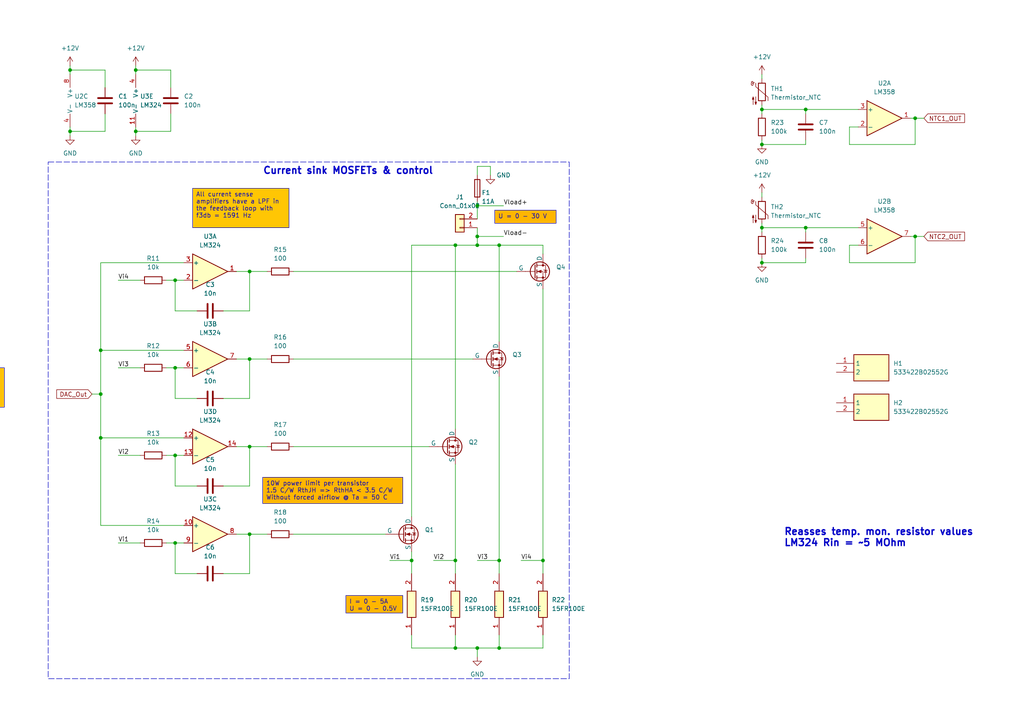
<source format=kicad_sch>
(kicad_sch (version 20231120) (generator "eeschema") (generator_version "8.0")
  (paper "A4")
  (lib_symbols
    (symbol "Amplifier_Operational:LM324" (pin_names (offset 0.127))
      (property "Reference" "U" (at 0 5.08 0))
      (property "Value" "LM324" (at 0 -5.08 0))
      (symbol "LM324_1_1"
        (polyline (pts (xy -5.08 5.08) (xy 5.08 0) (xy -5.08 -5.08) (xy -5.08 5.08)) (stroke (width 0.254)) (fill (type background)))
        (pin output line (at 7.62 0 180) (length 2.54) (name "~") (number "1"))
        (pin input line (at -7.62 -2.54 0) (length 2.54) (name "-") (number "2"))
        (pin input line (at -7.62 2.54 0) (length 2.54) (name "+") (number "3"))
      )
      (symbol "LM324_2_1"
        (polyline (pts (xy -5.08 5.08) (xy 5.08 0) (xy -5.08 -5.08) (xy -5.08 5.08)) (stroke (width 0.254)) (fill (type background)))
        (pin input line (at -7.62 2.54 0) (length 2.54) (name "+") (number "5"))
        (pin input line (at -7.62 -2.54 0) (length 2.54) (name "-") (number "6"))
        (pin output line (at 7.62 0 180) (length 2.54) (name "~") (number "7"))
      )
      (symbol "LM324_3_1"
        (polyline (pts (xy -5.08 5.08) (xy 5.08 0) (xy -5.08 -5.08) (xy -5.08 5.08)) (stroke (width 0.254)) (fill (type background)))
        (pin input line (at -7.62 2.54 0) (length 2.54) (name "+") (number "10"))
        (pin output line (at 7.62 0 180) (length 2.54) (name "~") (number "8"))
        (pin input line (at -7.62 -2.54 0) (length 2.54) (name "-") (number "9"))
      )
      (symbol "LM324_4_1"
        (polyline (pts (xy -5.08 5.08) (xy 5.08 0) (xy -5.08 -5.08) (xy -5.08 5.08)) (stroke (width 0.254)) (fill (type background)))
        (pin input line (at -7.62 2.54 0) (length 2.54) (name "+") (number "12"))
        (pin input line (at -7.62 -2.54 0) (length 2.54) (name "-") (number "13"))
        (pin output line (at 7.62 0 180) (length 2.54) (name "~") (number "14"))
      )
      (symbol "LM324_5_1"
        (pin power_in line (at -2.54 -7.62 90) (length 3.81) (name "V-") (number "11"))
        (pin power_in line (at -2.54 7.62 270) (length 3.81) (name "V+") (number "4"))
      )
    )
    (symbol "Amplifier_Operational:LM358" (pin_names (offset 0.127))
      (property "Reference" "U" (at 0 5.08 0))
      (property "Value" "LM358" (at 0 -5.08 0))
      (symbol "LM358_1_1"
        (polyline (pts (xy -5.08 5.08) (xy 5.08 0) (xy -5.08 -5.08) (xy -5.08 5.08)) (stroke (width 0.254)) (fill (type background)))
        (pin output line (at 7.62 0 180) (length 2.54) (name "~") (number "1"))
        (pin input line (at -7.62 -2.54 0) (length 2.54) (name "-") (number "2"))
        (pin input line (at -7.62 2.54 0) (length 2.54) (name "+") (number "3"))
      )
      (symbol "LM358_2_1"
        (polyline (pts (xy -5.08 5.08) (xy 5.08 0) (xy -5.08 -5.08) (xy -5.08 5.08)) (stroke (width 0.254)) (fill (type background)))
        (pin input line (at -7.62 2.54 0) (length 2.54) (name "+") (number "5"))
        (pin input line (at -7.62 -2.54 0) (length 2.54) (name "-") (number "6"))
        (pin output line (at 7.62 0 180) (length 2.54) (name "~") (number "7"))
      )
      (symbol "LM358_3_1"
        (pin power_in line (at -2.54 -7.62 90) (length 3.81) (name "V-") (number "4"))
        (pin power_in line (at -2.54 7.62 270) (length 3.81) (name "V+") (number "8"))
      )
    )
    (symbol "Connector_Generic:Conn_01x02" (pin_names (offset 1.016) hide)
      (property "Reference" "J" (at 0 2.54 0))
      (property "Value" "Conn_01x02" (at 0 -5.08 0))
      (symbol "Conn_01x02_1_1"
        (rectangle (start -1.27 -2.413) (end 0 -2.667) (stroke (width 0.1524)))
        (rectangle (start -1.27 0.127) (end 0 -0.127) (stroke (width 0.1524)))
        (rectangle (start -1.27 1.27) (end 1.27 -3.81) (stroke (width 0.254)) (fill (type background)))
        (pin passive line (at -5.08 0 0) (length 3.81) (name "Pin_1") (number "1"))
        (pin passive line (at -5.08 -2.54 0) (length 3.81) (name "Pin_2") (number "2"))
      )
    )
    (symbol "Device:C" (pin_numbers hide) (pin_names (offset 0.254))
      (property "Reference" "C" (at 0.635 2.54 0))
      (property "Value" "C" (at 0.635 -2.54 0))
      (symbol "C_0_1"
        (polyline (pts (xy -2.032 -0.762) (xy 2.032 -0.762)) (stroke (width 0.508)))
        (polyline (pts (xy -2.032 0.762) (xy 2.032 0.762)) (stroke (width 0.508)))
      )
      (symbol "C_1_1"
        (pin passive line (at 0 3.81 270) (length 2.794) (name "~") (number "1"))
        (pin passive line (at 0 -3.81 90) (length 2.794) (name "~") (number "2"))
      )
    )
    (symbol "Device:Fuse" (pin_numbers hide) (pin_names (offset 0))
      (property "Reference" "F" (at 2.032 0 90))
      (property "Value" "Fuse" (at -1.905 0 90))
      (symbol "Fuse_0_1"
        (rectangle (start -0.762 -2.54) (end 0.762 2.54) (stroke (width 0.254)))
        (polyline (pts (xy 0 2.54) (xy 0 -2.54)))
      )
      (symbol "Fuse_1_1"
        (pin passive line (at 0 3.81 270) (length 1.27) (name "~") (number "1"))
        (pin passive line (at 0 -3.81 90) (length 1.27) (name "~") (number "2"))
      )
    )
    (symbol "Device:R" (pin_numbers hide) (pin_names (offset 0))
      (property "Reference" "R" (at 2.032 0 90))
      (property "Value" "R" (at 0 0 90))
      (symbol "R_0_1"
        (rectangle (start -1.016 -2.54) (end 1.016 2.54) (stroke (width 0.254)))
      )
      (symbol "R_1_1"
        (pin passive line (at 0 3.81 270) (length 1.27) (name "~") (number "1"))
        (pin passive line (at 0 -3.81 90) (length 1.27) (name "~") (number "2"))
      )
    )
    (symbol "Device:Thermistor_NTC" (pin_numbers hide) (pin_names (offset 0))
      (property "Reference" "TH" (at -4.445 0 90))
      (property "Value" "Thermistor_NTC" (at 3.175 0 90))
      (symbol "Thermistor_NTC_0_1"
        (arc (start -3.048 2.159) (mid -3.0495 2.3143) (end -3.175 2.413))
        (arc (start -3.048 2.159) (mid -2.9736 1.9794) (end -2.794 1.905))
        (arc (start -3.048 2.794) (mid -2.9736 2.6144) (end -2.794 2.54))
        (arc (start -2.794 1.905) (mid -2.6144 1.9794) (end -2.54 2.159))
        (arc (start -2.794 2.54) (mid -2.4393 2.5587) (end -2.159 2.794))
        (arc (start -2.794 3.048) (mid -2.9736 2.9736) (end -3.048 2.794))
        (arc (start -2.54 2.794) (mid -2.6144 2.9736) (end -2.794 3.048))
        (rectangle (start -1.016 2.54) (end 1.016 -2.54) (stroke (width 0.254)))
        (polyline (pts (xy -2.54 2.159) (xy -2.54 2.794)))
        (polyline (pts (xy -1.778 2.54) (xy -1.778 1.524) (xy 1.778 -1.524) (xy 1.778 -2.54)))
        (polyline (pts (xy -2.54 -3.683) (xy -2.54 -1.397) (xy -2.794 -2.159) (xy -2.286 -2.159) (xy -2.54 -1.397) (xy -2.54 -1.651)) (fill (type outline)))
        (polyline (pts (xy -1.778 -1.397) (xy -1.778 -3.683) (xy -2.032 -2.921) (xy -1.524 -2.921) (xy -1.778 -3.683) (xy -1.778 -3.429)) (fill (type outline)))
      )
      (symbol "Thermistor_NTC_1_1"
        (pin passive line (at 0 3.81 270) (length 1.27) (name "~") (number "1"))
        (pin passive line (at 0 -3.81 90) (length 1.27) (name "~") (number "2"))
      )
    )
    (symbol "SamacSys_Parts:15FR100E" (pin_names hide)
      (property "Reference" "R" (at 13.97 6.35 0))
      (property "Value" "15FR100E" (at 13.97 3.81 0))
      (symbol "15FR100E_1_1"
        (rectangle (start 5.08 1.27) (end 12.7 -1.27) (stroke (width 0.254)) (fill (type background)))
        (pin passive line (at 0 0 0) (length 5.08) (name "1") (number "1"))
        (pin passive line (at 17.78 0 180) (length 5.08) (name "2") (number "2"))
      )
    )
    (symbol "SamacSys_Parts:533422B02552G"
      (property "Reference" "H" (at 16.51 7.62 0))
      (property "Value" "533422B02552G" (at 16.51 5.08 0))
      (symbol "533422B02552G_1_1"
        (rectangle (start 5.08 2.54) (end 15.24 -5.08) (stroke (width 0.254)) (fill (type background)))
        (pin passive line (at 0 0 0) (length 5.08) (name "1") (number "1"))
        (pin passive line (at 0 -2.54 0) (length 5.08) (name "2") (number "2"))
      )
    )
    (symbol "SamacSys_Parts:LT1013DN8PBF"
      (property "Reference" "IC1" (at 19.05 7.62 0))
      (property "Value" "LT1013DN8PBF" (at 19.05 5.08 0))
      (symbol "LT1013DN8PBF_1_1"
        (rectangle (start 5.08 2.54) (end 25.4 -10.16) (stroke (width 0.254)) (fill (type background)))
        (pin passive line (at 0 0 0) (length 5.08) (name "OUTPUT_A") (number "1"))
        (pin passive line (at 0 -2.54 0) (length 5.08) (name "-IN_A") (number "2"))
        (pin passive line (at 0 -5.08 0) (length 5.08) (name "+IN_A") (number "3"))
        (pin passive line (at 0 -7.62 0) (length 5.08) (name "V-") (number "4"))
        (pin passive line (at 30.48 -7.62 180) (length 5.08) (name "+IN_B") (number "5"))
        (pin passive line (at 30.48 -5.08 180) (length 5.08) (name "-IN_B") (number "6"))
        (pin passive line (at 30.48 -2.54 180) (length 5.08) (name "OUTPUT_B") (number "7"))
        (pin passive line (at 30.48 0 180) (length 5.08) (name "V+") (number "8"))
      )
    )
    (symbol "Simulation_SPICE:NMOS" (pin_numbers hide) (pin_names (offset 0))
      (property "Reference" "Q" (at 5.08 1.27 0))
      (property "Value" "NMOS" (at 5.08 -1.27 0))
      (symbol "NMOS_0_1"
        (polyline (pts (xy 0.254 0) (xy -2.54 0)))
        (polyline (pts (xy 0.254 1.905) (xy 0.254 -1.905)) (stroke (width 0.254)))
        (polyline (pts (xy 0.762 -1.27) (xy 0.762 -2.286)) (stroke (width 0.254)))
        (polyline (pts (xy 0.762 0.508) (xy 0.762 -0.508)) (stroke (width 0.254)))
        (polyline (pts (xy 0.762 2.286) (xy 0.762 1.27)) (stroke (width 0.254)))
        (polyline (pts (xy 2.54 2.54) (xy 2.54 1.778)))
        (polyline (pts (xy 2.54 -2.54) (xy 2.54 0) (xy 0.762 0)))
        (polyline (pts (xy 0.762 -1.778) (xy 3.302 -1.778) (xy 3.302 1.778) (xy 0.762 1.778)))
        (polyline (pts (xy 1.016 0) (xy 2.032 0.381) (xy 2.032 -0.381) (xy 1.016 0)) (fill (type outline)))
        (polyline (pts (xy 2.794 0.508) (xy 2.921 0.381) (xy 3.683 0.381) (xy 3.81 0.254)))
        (polyline (pts (xy 3.302 0.381) (xy 2.921 -0.254) (xy 3.683 -0.254) (xy 3.302 0.381)))
        (circle (center 1.651 0) (radius 2.794) (stroke (width 0.254)))
        (circle (center 2.54 -1.778) (radius 0.254) (fill (type outline)))
        (circle (center 2.54 1.778) (radius 0.254) (fill (type outline)))
      )
      (symbol "NMOS_1_1"
        (pin passive line (at 2.54 5.08 270) (length 2.54) (name "D") (number "1"))
        (pin input line (at -5.08 0 0) (length 2.54) (name "G") (number "2"))
        (pin passive line (at 2.54 -5.08 90) (length 2.54) (name "S") (number "3"))
      )
    )
    (symbol "power:+12V" (power) (pin_names (offset 0))
      (property "Value" "+12V" (at 0 3.556 0))
      (symbol "+12V_0_1"
        (polyline (pts (xy -0.762 1.27) (xy 0 2.54)))
        (polyline (pts (xy 0 0) (xy 0 2.54)))
        (polyline (pts (xy 0 2.54) (xy 0.762 1.27)))
      )
      (symbol "+12V_1_1"
        (pin power_in line (at 0 0 90) (length 0) hide (name "+12V") (number "1"))
      )
    )
    (symbol "power:GND" (power) (pin_names (offset 0))
      (property "Value" "GND" (at 0 -3.81 0))
      (symbol "GND_0_1"
        (polyline (pts (xy 0 0) (xy 0 -1.27) (xy 1.27 -1.27) (xy 0 -2.54) (xy -1.27 -1.27) (xy 0 -1.27)))
      )
      (symbol "GND_1_1"
        (pin power_in line (at 0 0 270) (length 0) hide (name "GND") (number "1"))
      )
    )
  )
  (junction (at 72.39 104.14))
  (junction (at 233.68 31.75))
  (junction (at 29.21 114.3))
  (junction (at 157.48 162.56))
  (junction (at -73.66 50.8))
  (junction (at -77.47 31.75))
  (junction (at 29.21 127))
  (junction (at 132.08 187.96))
  (junction (at -97.79 33.02))
  (junction (at 138.43 187.96))
  (junction (at 119.38 162.56))
  (junction (at -27.94 36.83))
  (junction (at 138.43 71.12))
  (junction (at 39.37 38.1))
  (junction (at -73.66 60.96))
  (junction (at 144.78 162.56))
  (junction (at -27.94 45.72))
  (junction (at -27.94 27.94))
  (junction (at 265.43 34.29))
  (junction (at 220.98 76.2))
  (junction (at 144.78 71.12))
  (junction (at 233.68 66.04))
  (junction (at 265.43 68.58))
  (junction (at 138.43 68.58))
  (junction (at 138.43 59.69))
  (junction (at 220.98 41.91))
  (junction (at 220.98 31.75))
  (junction (at 50.8 81.28))
  (junction (at 144.78 187.96))
  (junction (at 132.08 162.56))
  (junction (at 72.39 129.54))
  (junction (at 39.37 20.32))
  (junction (at 132.08 71.12))
  (junction (at 29.21 101.6))
  (junction (at 72.39 154.94))
  (junction (at 50.8 132.08))
  (junction (at 220.98 66.04))
  (junction (at 50.8 106.68))
  (junction (at 20.32 38.1))
  (junction (at -35.56 21.59))
  (junction (at -97.79 36.83))
  (junction (at 20.32 20.32))
  (junction (at 50.8 157.48))
  (junction (at 72.39 78.74))
  (junction (at -97.79 41.91))
  (wire (pts (xy 138.43 59.69) (xy 138.43 63.5)))
  (wire (pts (xy 144.78 187.96) (xy 157.48 187.96)))
  (wire (pts (xy 132.08 184.15) (xy 132.08 187.96)))
  (wire (pts (xy -33.02 34.29) (xy -33.02 27.94)))
  (wire (pts (xy 144.78 109.22) (xy 144.78 162.56)))
  (wire (pts (xy 138.43 68.58) (xy 146.05 68.58)))
  (wire (pts (xy 220.98 31.75) (xy 233.68 31.75)))
  (wire (pts (xy -97.79 24.13) (xy -97.79 33.02)))
  (wire (pts (xy -73.66 50.8) (xy -73.66 52.07)))
  (wire (pts (xy 220.98 41.91) (xy 233.68 41.91)))
  (wire (pts (xy 85.09 154.94) (xy 111.76 154.94)))
  (wire (pts (xy 50.8 166.37) (xy 50.8 157.48)))
  (wire (pts (xy 119.38 71.12) (xy 119.38 149.86)))
  (wire (pts (xy 29.21 152.4) (xy 53.34 152.4)))
  (wire (pts (xy 220.98 40.64) (xy 220.98 41.91)))
  (wire (pts (xy -77.47 31.75) (xy -77.47 40.64)))
  (wire (pts (xy 34.29 81.28) (xy 40.64 81.28)))
  (wire (pts (xy 48.26 157.48) (xy 50.8 157.48)))
  (wire (pts (xy 57.15 90.17) (xy 50.8 90.17)))
  (wire (pts (xy 39.37 39.37) (xy 39.37 38.1)))
  (wire (pts (xy -73.66 34.29) (xy -73.66 50.8)))
  (wire (pts (xy 29.21 127) (xy 29.21 152.4)))
  (wire (pts (xy -17.78 45.72) (xy -15.24 45.72)))
  (wire (pts (xy -111.76 41.91) (xy -116.84 41.91)))
  (wire (pts (xy 265.43 76.2) (xy 246.38 76.2)))
  (wire (pts (xy 49.53 38.1) (xy 39.37 38.1)))
  (wire (pts (xy -97.79 50.8) (xy -104.14 50.8)))
  (wire (pts (xy 132.08 71.12) (xy 132.08 124.46)))
  (wire (pts (xy 39.37 20.32) (xy 39.37 21.59)))
  (wire (pts (xy 220.98 66.04) (xy 233.68 66.04)))
  (wire (pts (xy 142.24 48.26) (xy 142.24 50.8)))
  (wire (pts (xy 30.48 20.32) (xy 30.48 25.4)))
  (wire (pts (xy 138.43 48.26) (xy 142.24 48.26)))
  (wire (pts (xy -97.79 33.02) (xy -97.79 36.83)))
  (wire (pts (xy -111.76 33.02) (xy -116.84 33.02)))
  (wire (pts (xy 68.58 154.94) (xy 72.39 154.94)))
  (wire (pts (xy 132.08 71.12) (xy 138.43 71.12)))
  (wire (pts (xy 20.32 39.37) (xy 20.32 38.1)))
  (wire (pts (xy 72.39 115.57) (xy 64.77 115.57)))
  (wire (pts (xy -104.14 24.13) (xy -97.79 24.13)))
  (wire (pts (xy 138.43 66.04) (xy 138.43 68.58)))
  (wire (pts (xy 119.38 160.02) (xy 119.38 162.56)))
  (wire (pts (xy 138.43 68.58) (xy 138.43 71.12)))
  (wire (pts (xy -97.79 41.91) (xy -97.79 50.8)))
  (wire (pts (xy 68.58 129.54) (xy 72.39 129.54)))
  (wire (pts (xy 132.08 187.96) (xy 138.43 187.96)))
  (wire (pts (xy 39.37 19.05) (xy 39.37 20.32)))
  (wire (pts (xy 72.39 104.14) (xy 72.39 115.57)))
  (wire (pts (xy -77.47 31.75) (xy -67.31 31.75)))
  (wire (pts (xy 265.43 34.29) (xy 265.43 41.91)))
  (wire (pts (xy 39.37 38.1) (xy 39.37 36.83)))
  (wire (pts (xy -17.78 36.83) (xy -15.24 36.83)))
  (wire (pts (xy 85.09 129.54) (xy 124.46 129.54)))
  (wire (pts (xy 220.98 31.75) (xy 220.98 33.02)))
  (wire (pts (xy 220.98 21.59) (xy 220.98 22.86)))
  (wire (pts (xy -33.02 39.37) (xy -36.83 39.37)))
  (wire (pts (xy 34.29 106.68) (xy 40.64 106.68)))
  (wire (pts (xy 144.78 184.15) (xy 144.78 187.96)))
  (wire (pts (xy 265.43 68.58) (xy 265.43 76.2)))
  (wire (pts (xy 220.98 64.77) (xy 220.98 66.04)))
  (wire (pts (xy 34.29 157.48) (xy 40.64 157.48)))
  (wire (pts (xy 157.48 83.82) (xy 157.48 162.56)))
  (wire (pts (xy 233.68 66.04) (xy 248.92 66.04)))
  (wire (pts (xy 138.43 71.12) (xy 144.78 71.12)))
  (wire (pts (xy 246.38 71.12) (xy 248.92 71.12)))
  (wire (pts (xy -111.76 50.8) (xy -116.84 50.8)))
  (wire (pts (xy -35.56 21.59) (xy -35.56 31.75)))
  (wire (pts (xy 144.78 71.12) (xy 144.78 99.06)))
  (wire (pts (xy -97.79 41.91) (xy -104.14 41.91)))
  (wire (pts (xy -97.79 36.83) (xy -67.31 36.83)))
  (wire (pts (xy 64.77 140.97) (xy 72.39 140.97)))
  (wire (pts (xy 138.43 187.96) (xy 138.43 190.5)))
  (wire (pts (xy 20.32 20.32) (xy 20.32 21.59)))
  (wire (pts (xy 144.78 162.56) (xy 144.78 166.37)))
  (wire (pts (xy -35.56 19.05) (xy -35.56 21.59)))
  (wire (pts (xy 246.38 36.83) (xy 248.92 36.83)))
  (wire (pts (xy 50.8 140.97) (xy 50.8 132.08)))
  (wire (pts (xy 132.08 71.12) (xy 119.38 71.12)))
  (wire (pts (xy 48.26 106.68) (xy 50.8 106.68)))
  (wire (pts (xy 49.53 20.32) (xy 49.53 25.4)))
  (wire (pts (xy 48.26 132.08) (xy 50.8 132.08)))
  (wire (pts (xy -69.85 60.96) (xy -73.66 60.96)))
  (wire (pts (xy 138.43 162.56) (xy 144.78 162.56)))
  (wire (pts (xy 29.21 127) (xy 53.34 127)))
  (wire (pts (xy 157.48 73.66) (xy 157.48 71.12)))
  (wire (pts (xy 29.21 101.6) (xy 53.34 101.6)))
  (wire (pts (xy 72.39 104.14) (xy 77.47 104.14)))
  (wire (pts (xy 50.8 132.08) (xy 53.34 132.08)))
  (wire (pts (xy 72.39 154.94) (xy 77.47 154.94)))
  (wire (pts (xy 220.98 66.04) (xy 220.98 67.31)))
  (wire (pts (xy -73.66 62.23) (xy -73.66 60.96)))
  (wire (pts (xy 50.8 81.28) (xy 53.34 81.28)))
  (wire (pts (xy 85.09 104.14) (xy 137.16 104.14)))
  (wire (pts (xy -97.79 33.02) (xy -104.14 33.02)))
  (wire (pts (xy -27.94 27.94) (xy -15.24 27.94)))
  (wire (pts (xy -27.94 27.94) (xy -27.94 29.21)))
  (wire (pts (xy 233.68 66.04) (xy 233.68 67.31)))
  (wire (pts (xy 48.26 81.28) (xy 50.8 81.28)))
  (wire (pts (xy 20.32 20.32) (xy 30.48 20.32)))
  (wire (pts (xy -73.66 59.69) (xy -73.66 60.96)))
  (wire (pts (xy 125.73 162.56) (xy 132.08 162.56)))
  (wire (pts (xy 138.43 59.69) (xy 146.05 59.69)))
  (wire (pts (xy 157.48 184.15) (xy 157.48 187.96)))
  (wire (pts (xy 49.53 33.02) (xy 49.53 38.1)))
  (wire (pts (xy 151.13 162.56) (xy 157.48 162.56)))
  (wire (pts (xy 264.16 68.58) (xy 265.43 68.58)))
  (wire (pts (xy 233.68 31.75) (xy 248.92 31.75)))
  (wire (pts (xy 34.29 132.08) (xy 40.64 132.08)))
  (wire (pts (xy 220.98 76.2) (xy 233.68 76.2)))
  (wire (pts (xy -33.02 45.72) (xy -33.02 39.37)))
  (wire (pts (xy -77.47 31.75) (xy -81.28 31.75)))
  (wire (pts (xy -36.83 34.29) (xy -33.02 34.29)))
  (wire (pts (xy 50.8 157.48) (xy 53.34 157.48)))
  (wire (pts (xy 264.16 34.29) (xy 265.43 34.29)))
  (wire (pts (xy 26.67 114.3) (xy 29.21 114.3)))
  (wire (pts (xy 138.43 48.26) (xy 138.43 50.8)))
  (wire (pts (xy 72.39 78.74) (xy 72.39 90.17)))
  (wire (pts (xy 265.43 68.58) (xy 267.97 68.58)))
  (wire (pts (xy 29.21 101.6) (xy 29.21 114.3)))
  (wire (pts (xy -33.02 27.94) (xy -27.94 27.94)))
  (wire (pts (xy 68.58 104.14) (xy 72.39 104.14)))
  (wire (pts (xy -97.79 36.83) (xy -97.79 41.91)))
  (wire (pts (xy 57.15 166.37) (xy 50.8 166.37)))
  (wire (pts (xy 233.68 31.75) (xy 233.68 33.02)))
  (wire (pts (xy 72.39 90.17) (xy 64.77 90.17)))
  (wire (pts (xy 30.48 38.1) (xy 20.32 38.1)))
  (wire (pts (xy 132.08 134.62) (xy 132.08 162.56)))
  (wire (pts (xy -58.42 21.59) (xy -58.42 22.86)))
  (wire (pts (xy 72.39 78.74) (xy 77.47 78.74)))
  (wire (pts (xy 72.39 129.54) (xy 72.39 140.97)))
  (wire (pts (xy -27.94 45.72) (xy -27.94 48.26)))
  (wire (pts (xy -25.4 45.72) (xy -27.94 45.72)))
  (wire (pts (xy 68.58 78.74) (xy 72.39 78.74)))
  (wire (pts (xy 29.21 114.3) (xy 29.21 127)))
  (wire (pts (xy 220.98 74.93) (xy 220.98 76.2)))
  (wire (pts (xy -36.83 36.83) (xy -27.94 36.83)))
  (wire (pts (xy 39.37 20.32) (xy 49.53 20.32)))
  (wire (pts (xy -27.94 36.83) (xy -25.4 36.83)))
  (wire (pts (xy 233.68 74.93) (xy 233.68 76.2)))
  (wire (pts (xy 265.43 34.29) (xy 267.97 34.29)))
  (wire (pts (xy 72.39 154.94) (xy 72.39 166.37)))
  (wire (pts (xy 220.98 55.88) (xy 220.98 57.15)))
  (wire (pts (xy -77.47 48.26) (xy -77.47 50.8)))
  (wire (pts (xy 119.38 184.15) (xy 119.38 187.96)))
  (wire (pts (xy 57.15 140.97) (xy 50.8 140.97)))
  (wire (pts (xy 53.34 76.2) (xy 29.21 76.2)))
  (wire (pts (xy 119.38 162.56) (xy 119.38 166.37)))
  (wire (pts (xy 138.43 187.96) (xy 144.78 187.96)))
  (wire (pts (xy -33.02 45.72) (xy -27.94 45.72)))
  (wire (pts (xy -27.94 55.88) (xy -27.94 58.42)))
  (wire (pts (xy 113.03 162.56) (xy 119.38 162.56)))
  (wire (pts (xy 20.32 19.05) (xy 20.32 20.32)))
  (wire (pts (xy -35.56 31.75) (xy -36.83 31.75)))
  (wire (pts (xy -67.31 39.37) (xy -69.85 39.37)))
  (wire (pts (xy 50.8 106.68) (xy 53.34 106.68)))
  (wire (pts (xy 72.39 129.54) (xy 77.47 129.54)))
  (wire (pts (xy 132.08 162.56) (xy 132.08 166.37)))
  (wire (pts (xy 72.39 166.37) (xy 64.77 166.37)))
  (wire (pts (xy 50.8 115.57) (xy 50.8 106.68)))
  (wire (pts (xy -73.66 34.29) (xy -67.31 34.29)))
  (wire (pts (xy 29.21 76.2) (xy 29.21 101.6)))
  (wire (pts (xy 57.15 115.57) (xy 50.8 115.57)))
  (wire (pts (xy 220.98 30.48) (xy 220.98 31.75)))
  (wire (pts (xy 20.32 38.1) (xy 20.32 36.83)))
  (wire (pts (xy -111.76 24.13) (xy -116.84 24.13)))
  (wire (pts (xy 246.38 76.2) (xy 246.38 71.12)))
  (wire (pts (xy -45.72 21.59) (xy -58.42 21.59)))
  (wire (pts (xy 157.48 162.56) (xy 157.48 166.37)))
  (wire (pts (xy 157.48 71.12) (xy 144.78 71.12)))
  (wire (pts (xy 50.8 81.28) (xy 50.8 90.17)))
  (wire (pts (xy 85.09 78.74) (xy 149.86 78.74)))
  (wire (pts (xy 246.38 41.91) (xy 246.38 36.83)))
  (wire (pts (xy 265.43 41.91) (xy 246.38 41.91)))
  (wire (pts (xy 138.43 58.42) (xy 138.43 59.69)))
  (wire (pts (xy 30.48 33.02) (xy 30.48 38.1)))
  (wire (pts (xy 119.38 187.96) (xy 132.08 187.96)))
  (wire (pts (xy 233.68 40.64) (xy 233.68 41.91)))
  (wire (pts (xy -77.47 50.8) (xy -73.66 50.8)))
  (wire (pts (xy -69.85 39.37) (xy -69.85 60.96)))
  (wire (pts (xy -38.1 21.59) (xy -35.56 21.59)))
  (rectangle (start 13.97 46.99) (end 165.1 196.85) (stroke (width 0) (type dash)))
  (text_box "All current sense amplifiers have a LPF in the feedback loop with f3db = 1591 Hz" (at 55.88 54.61 0) (size 27.94 11.43) (fill (type color) (color 255 198 4 1)) (effects (font (size 1.27 1.27)) (justify left top)))
  (text_box "Uout = 0 - 2 V (0 - 10 A)\n5mA LSB\nAmp: 4x" (at -95.25 21.59 0) (size 30.48 7.62) (fill (type color) (color 255 182 0 1)) (effects (font (size 1.27 1.27)) (justify left top)))
  (text_box "U = 0 - 30 V" (at 143.51 60.96 0) (size 17.78 3.81) (fill (type color) (color 255 182 0 1)) (effects (font (size 1.27 1.27)) (justify left top)))
  (text_box "10W power limit per transistor\n1.5 C/W RthJH => RthHA < 3.5 C/W\nWithout forced airflow @ Ta = 50 C" (at 76.2 138.43 0) (size 40.64 7.62) (fill (type color) (color 255 182 0 1)) (effects (font (size 1.27 1.27)) (justify left top)))
  (text_box "Amplification: 40x\nDC Load Current Measurement\n" (at -15.24 106.68 0) (size 16.51 11.43) (fill (type color) (color 255 194 6 1)) (effects (font (size 1.27 1.27)) (justify left top)))
  (text_box "Uout = 0 - 2 V (0 - 30 V)\n7mV LSB\nAmp: 4x" (at -33.02 17.78 0) (size 30.48 7.62) (fill (type color) (color 255 182 0 1)) (effects (font (size 1.27 1.27)) (justify left top)))
  (text_box "I = 0 - 5A\nU = 0 - 0.5V" (at 100.33 172.72 0) (size 16.51 5.08) (fill (type color) (color 255 182 0 1)) (effects (font (size 1.27 1.27)) (justify left top)))
  (text_box "Attenuation: 3x\nDC Load Voltage Measurement\n" (at -34.29 105.41 0) (size 16.51 11.43) (fill (type color) (color 255 194 6 1)) (effects (font (size 1.27 1.27)) (justify left top)))
  (text "Current sink MOSFETs & control" (at 76.2 50.8 0) (effects (font (size 2 2) (thickness 0.4) (bold yes)) (justify left bottom)))
  (text "Reasses temp. mon. resistor values\nLM324 Rin = ~5 MOhm" (at 227.33 158.75 0) (effects (font (size 2 2) (thickness 0.4) (bold yes)) (justify left bottom)))
  (label "Vi1" (at 113.03 162.56 0))
  (label "Vi1" (at -116.84 24.13 180))
  (label "Vload-" (at -15.24 36.83 0))
  (label "Vi1" (at 34.29 157.48 0))
  (label "Vi4" (at 34.29 81.28 0))
  (label "Vi2" (at 125.73 162.56 0))
  (label "Vload+" (at -15.24 45.72 0))
  (label "Vi2" (at -116.84 33.02 180))
  (label "Vi3" (at -116.84 41.91 180))
  (label "Vload+" (at 146.05 59.69 0))
  (label "Vi3" (at 138.43 162.56 0))
  (label "Vi2" (at 34.29 132.08 0))
  (label "Vi4" (at -116.84 50.8 180))
  (label "Vload-" (at 146.05 68.58 0))
  (label "Vi4" (at 151.13 162.56 0))
  (label "Vi3" (at 34.29 106.68 0))
  (global_label "DAC_Out" (shape input) (at 26.67 114.3 180) (property "Intersheetrefs" "${INTERSHEET_REFS}" (effects (hide yes))))
  (global_label "ADC_ULoad" (shape output) (at -15.24 27.94 0) (property "Intersheetrefs" "${INTERSHEET_REFS}" (effects (hide yes))))
  (global_label "NTC1_OUT" (shape input) (at 267.97 34.29 0) (property "Intersheetrefs" "${INTERSHEET_REFS}" (effects (hide yes))))
  (global_label "ADC_ILoad" (shape output) (at -81.28 31.75 180) (property "Intersheetrefs" "${INTERSHEET_REFS}" (effects (hide yes))))
  (global_label "NTC2_OUT" (shape input) (at 267.97 68.58 0) (property "Intersheetrefs" "${INTERSHEET_REFS}" (effects (hide yes))))
  (symbol (lib_id "SamacSys_Parts:533422B02552G") (at 242.57 105.41 0) (unit 1)
    (property "Reference" "H1" (at 259.08 105.41 0) (effects (justify left)))
    (property "Value" "533422B02552G" (at 259.08 107.95 0) (effects (justify left)))
    (property "Footprint" "SamacSys_Parts:533422B02552G" (effects (hide yes)))
    (property "Datasheet" "https://www.boydcorp.com/aavid-datasheets/Board-Level-Cooling-Extruded-5334.pdf" (effects (hide yes)))
    (property "Height" "38.1" (effects (hide yes)))
    (property "Mouser Part Number" "532-533422B02552" (effects (hide yes)))
    (property "Mouser Price/Stock" "https://www.mouser.co.uk/ProductDetail/Aavid/533422B02552G?qs=U7T%2FEnMyvTuOP7kGauPYvw%3D%3D" (effects (hide yes)))
    (property "Manufacturer_Name" "Aavid Thermalloy" (effects (hide yes)))
    (property "Manufacturer_Part_Number" "533422B02552G" (effects (hide yes)))
  )
  (symbol (lib_id "power:GND") (at -27.94 58.42 0) (unit 1)
    (property "Reference" "#PWR03" (effects (hide yes)))
    (property "Value" "GND" (at -27.94 63.5 0))
  )
  (symbol (lib_id "Device:R") (at 44.45 132.08 90) (unit 1)
    (property "Reference" "R13" (at 44.45 125.73 90))
    (property "Value" "10k" (at 44.45 128.27 90))
    (property "Footprint" "Resistor_THT:R_Axial_DIN0204_L3.6mm_D1.6mm_P7.62mm_Horizontal" (effects (hide yes)))
    (property "Mouser Part Number" "594-5063JD10K1%TR" (effects (hide yes)))
  )
  (symbol (lib_id "SamacSys_Parts:15FR100E") (at 144.78 184.15 90) (unit 1)
    (property "Reference" "R21" (at 147.32 173.99 90) (effects (justify right)))
    (property "Value" "15FR100E" (at 147.32 176.53 90) (effects (justify right)))
    (property "Footprint" "SamacSys_Parts:RESAD5740W107L2380D840" (effects (hide yes)))
    (property "Datasheet" "https://componentsearchengine.com/Datasheets/2/15FR100E.pdf" (effects (hide yes)))
    (property "Mouser Part Number" "588-15FR100E" (effects (hide yes)))
    (property "Mouser Price/Stock" "https://www.mouser.co.uk/ProductDetail/Ohmite/15FR100E?qs=SevrRHiFoLjZZFVeSW%2FGiw%3D%3D" (effects (hide yes)))
    (property "Manufacturer_Name" "Ohmite" (effects (hide yes)))
    (property "Manufacturer_Part_Number" "15FR100E" (effects (hide yes)))
  )
  (symbol (lib_id "Device:R") (at -21.59 45.72 270) (unit 1)
    (property "Reference" "R10" (at -21.59 39.37 90))
    (property "Value" "140k" (at -21.59 41.91 90))
    (property "Footprint" "Resistor_THT:R_Axial_DIN0204_L3.6mm_D1.6mm_P7.62mm_Horizontal" (effects (hide yes)))
    (property "Mouser Part Number" "603-MFR-25FTE52-140K" (effects (hide yes)))
  )
  (symbol (lib_id "power:GND") (at 220.98 76.2 0) (unit 1)
    (property "Reference" "#PWR013" (effects (hide yes)))
    (property "Value" "GND" (at 220.98 81.28 0))
  )
  (symbol (lib_id "power:GND") (at 138.43 190.5 0) (unit 1)
    (property "Reference" "#PWR08" (effects (hide yes)))
    (property "Value" "GND" (at 138.43 195.58 0))
  )
  (symbol (lib_id "power:+12V") (at 220.98 21.59 0) (unit 1)
    (property "Reference" "#PWR010" (effects (hide yes)))
    (property "Value" "+12V" (at 220.98 16.51 0))
  )
  (symbol (lib_id "Simulation_SPICE:NMOS") (at 154.94 78.74 0) (unit 1)
    (property "Reference" "Q4" (at 161.29 77.47 0) (effects (justify left)))
    (property "Value" "IXTP100N04T2" (effects (hide yes)))
    (property "Footprint" "Package_TO_SOT_THT:TO-220-3_Vertical" (effects (hide yes)))
    (property "Datasheet" "https://ngspice.sourceforge.io/docs/ngspice-manual.pdf" (effects (hide yes)))
    (property "Sim.Device" "NMOS" (effects (hide yes)))
    (property "Sim.Type" "VDMOS" (effects (hide yes)))
    (property "Sim.Pins" "1=D 2=G 3=S" (effects (hide yes)))
    (property "Mouser Part Number" "747-IXTP100N04T2" (effects (hide yes)))
  )
  (symbol (lib_id "power:GND") (at -73.66 60.96 0) (mirror y) (unit 1)
    (property "Reference" "#PWR01" (effects (hide yes)))
    (property "Value" "GND" (at -73.66 66.04 0))
  )
  (symbol (lib_id "power:GND") (at 39.37 39.37 0) (unit 1)
    (property "Reference" "#PWR07" (effects (hide yes)))
    (property "Value" "GND" (at 39.37 44.45 0))
  )
  (symbol (lib_id "Device:R") (at -107.95 50.8 270) (mirror x) (unit 1)
    (property "Reference" "R4" (at -107.95 44.45 90))
    (property "Value" "10k" (at -107.95 46.99 90))
    (property "Footprint" "Resistor_THT:R_Axial_DIN0204_L3.6mm_D1.6mm_P7.62mm_Horizontal" (effects (hide yes)))
    (property "Mouser Part Number" "594-5063JD10K1%TR" (effects (hide yes)))
  )
  (symbol (lib_id "Device:R") (at 81.28 154.94 90) (unit 1)
    (property "Reference" "R18" (at 81.28 148.59 90))
    (property "Value" "100" (at 81.28 151.13 90))
    (property "Footprint" "Resistor_THT:R_Axial_DIN0204_L3.6mm_D1.6mm_P7.62mm_Horizontal" (effects (hide yes)))
    (property "Mouser Part Number" "594-SFR2500001000JA5" (effects (hide yes)))
  )
  (symbol (lib_id "Device:C") (at 30.48 29.21 0) (unit 1)
    (property "Reference" "C1" (at 34.29 27.94 0) (effects (justify left)))
    (property "Value" "100n" (at 34.29 30.48 0) (effects (justify left)))
    (property "Footprint" "Capacitor_THT:C_Rect_L7.0mm_W2.5mm_P5.00mm" (effects (hide yes)))
    (property "Mouser Part Number" "594-K104K15X7RF53H5" (effects (hide yes)))
  )
  (symbol (lib_id "Device:Thermistor_NTC") (at 220.98 26.67 0) (unit 1)
    (property "Reference" "TH1" (at 223.52 25.7175 0) (effects (justify left)))
    (property "Value" "Thermistor_NTC" (at 223.52 28.2575 0) (effects (justify left)))
    (property "Footprint" "Connector_PinHeader_2.54mm:PinHeader_1x02_P2.54mm_Vertical" (effects (hide yes)))
  )
  (symbol (lib_id "power:+12V") (at -35.56 19.05 0) (unit 1)
    (property "Reference" "#PWR02" (effects (hide yes)))
    (property "Value" "+12V" (at -35.56 13.97 0))
  )
  (symbol (lib_id "Device:C") (at 233.68 71.12 0) (unit 1)
    (property "Reference" "C8" (at 237.49 69.85 0) (effects (justify left)))
    (property "Value" "100n" (at 237.49 72.39 0) (effects (justify left)))
    (property "Footprint" "Capacitor_THT:C_Rect_L7.0mm_W2.5mm_P5.00mm" (effects (hide yes)))
  )
  (symbol (lib_id "SamacSys_Parts:15FR100E") (at 157.48 184.15 90) (unit 1)
    (property "Reference" "R22" (at 160.02 173.99 90) (effects (justify right)))
    (property "Value" "15FR100E" (at 160.02 176.53 90) (effects (justify right)))
    (property "Footprint" "SamacSys_Parts:RESAD5740W107L2380D840" (effects (hide yes)))
    (property "Datasheet" "https://componentsearchengine.com/Datasheets/2/15FR100E.pdf" (effects (hide yes)))
    (property "Mouser Part Number" "588-15FR100E" (effects (hide yes)))
    (property "Mouser Price/Stock" "https://www.mouser.co.uk/ProductDetail/Ohmite/15FR100E?qs=SevrRHiFoLjZZFVeSW%2FGiw%3D%3D" (effects (hide yes)))
    (property "Manufacturer_Name" "Ohmite" (effects (hide yes)))
    (property "Manufacturer_Part_Number" "15FR100E" (effects (hide yes)))
  )
  (symbol (lib_id "Simulation_SPICE:NMOS") (at 116.84 154.94 0) (unit 1)
    (property "Reference" "Q1" (at 123.19 153.67 0) (effects (justify left)))
    (property "Value" "IXTP100N04T2" (effects (hide yes)))
    (property "Footprint" "Package_TO_SOT_THT:TO-220-3_Vertical" (effects (hide yes)))
    (property "Datasheet" "https://ngspice.sourceforge.io/docs/ngspice-manual.pdf" (effects (hide yes)))
    (property "Sim.Device" "NMOS" (effects (hide yes)))
    (property "Sim.Type" "VDMOS" (effects (hide yes)))
    (property "Sim.Pins" "1=D 2=G 3=S" (effects (hide yes)))
    (property "Mouser Part Number" "747-IXTP100N04T2" (effects (hide yes)))
  )
  (symbol (lib_id "Device:Thermistor_NTC") (at 220.98 60.96 0) (unit 1)
    (property "Reference" "TH2" (at 223.52 60.0075 0) (effects (justify left)))
    (property "Value" "Thermistor_NTC" (at 223.52 62.5475 0) (effects (justify left)))
    (property "Footprint" "Connector_PinHeader_2.54mm:PinHeader_1x02_P2.54mm_Vertical" (effects (hide yes)))
  )
  (symbol (lib_id "Amplifier_Operational:LM358") (at 256.54 34.29 0) (unit 1)
    (property "Reference" "U2" (at 256.54 24.13 0))
    (property "Value" "LM358" (at 256.54 26.67 0))
    (property "Footprint" "Package_DIP:DIP-8_W7.62mm" (effects (hide yes)))
    (property "Datasheet" "http://www.ti.com/lit/ds/symlink/lm2904-n.pdf" (effects (hide yes)))
  )
  (symbol (lib_id "Device:R") (at 220.98 36.83 0) (unit 1)
    (property "Reference" "R23" (at 223.52 35.56 0) (effects (justify left)))
    (property "Value" "100k" (at 223.52 38.1 0) (effects (justify left)))
    (property "Footprint" "Resistor_THT:R_Axial_DIN0204_L3.6mm_D1.6mm_P7.62mm_Horizontal" (effects (hide yes)))
  )
  (symbol (lib_id "Device:Fuse") (at 138.43 54.61 0) (unit 1)
    (property "Reference" "F1" (at 139.7 55.88 0) (effects (justify left)))
    (property "Value" "11A" (at 139.7 58.42 0) (effects (justify left)))
    (property "Footprint" "Fuse:Fuseholder_Clip-5x20mm_Littelfuse_100_Inline_P20.50x4.60mm_D1.30mm_Horizontal" (effects (hide yes)))
    (property "Mouser Part Number" "576-65600001009" (effects (hide yes)))
  )
  (symbol (lib_id "Device:C") (at 233.68 36.83 0) (unit 1)
    (property "Reference" "C7" (at 237.49 35.56 0) (effects (justify left)))
    (property "Value" "100n" (at 237.49 38.1 0) (effects (justify left)))
    (property "Footprint" "Capacitor_THT:C_Rect_L7.0mm_W2.5mm_P5.00mm" (effects (hide yes)))
  )
  (symbol (lib_id "power:GND") (at 142.24 50.8 0) (unit 1)
    (property "Reference" "#PWR09" (effects (hide yes)))
    (property "Value" "GND" (at 146.05 50.8 0))
  )
  (symbol (lib_id "Device:C") (at 60.96 90.17 90) (unit 1)
    (property "Reference" "C3" (at 60.96 82.55 90))
    (property "Value" "10n" (at 60.96 85.09 90))
    (property "Footprint" "Capacitor_THT:C_Rect_L7.0mm_W2.5mm_P5.00mm" (effects (hide yes)))
    (property "Mouser Part Number" "594-K103K10X7RF53H5" (effects (hide yes)))
  )
  (symbol (lib_id "Amplifier_Operational:LM358") (at 22.86 29.21 0) (unit 3)
    (property "Reference" "U2" (at 21.59 27.94 0) (effects (justify left)))
    (property "Value" "LM358" (at 21.59 30.48 0) (effects (justify left)))
    (property "Footprint" "Package_DIP:DIP-8_W7.62mm" (effects (hide yes)))
    (property "Datasheet" "http://www.ti.com/lit/ds/symlink/lm2904-n.pdf" (effects (hide yes)))
  )
  (symbol (lib_id "Device:R") (at 44.45 81.28 90) (unit 1)
    (property "Reference" "R11" (at 44.45 74.93 90))
    (property "Value" "10k" (at 44.45 77.47 90))
    (property "Footprint" "Resistor_THT:R_Axial_DIN0204_L3.6mm_D1.6mm_P7.62mm_Horizontal" (effects (hide yes)))
    (property "Mouser Part Number" "594-5063JD10K1%TR" (effects (hide yes)))
  )
  (symbol (lib_id "Amplifier_Operational:LM324") (at 60.96 104.14 0) (unit 2)
    (property "Reference" "U3" (at 60.96 93.98 0))
    (property "Value" "LM324" (at 60.96 96.52 0))
    (property "Footprint" "Package_DIP:DIP-14_W7.62mm" (effects (hide yes)))
    (property "Datasheet" "http://www.ti.com/lit/ds/symlink/lm2902-n.pdf" (effects (hide yes)))
    (property "Mouser Part Number" "595-LM324AN" (effects (hide yes)))
  )
  (symbol (lib_id "SamacSys_Parts:533422B02552G") (at 242.57 116.84 0) (unit 1)
    (property "Reference" "H2" (at 259.08 116.84 0) (effects (justify left)))
    (property "Value" "533422B02552G" (at 259.08 119.38 0) (effects (justify left)))
    (property "Footprint" "SamacSys_Parts:533422B02552G" (effects (hide yes)))
    (property "Datasheet" "https://www.boydcorp.com/aavid-datasheets/Board-Level-Cooling-Extruded-5334.pdf" (effects (hide yes)))
    (property "Height" "38.1" (effects (hide yes)))
    (property "Mouser Part Number" "532-533422B02552" (effects (hide yes)))
    (property "Mouser Price/Stock" "https://www.mouser.co.uk/ProductDetail/Aavid/533422B02552G?qs=U7T%2FEnMyvTuOP7kGauPYvw%3D%3D" (effects (hide yes)))
    (property "Manufacturer_Name" "Aavid Thermalloy" (effects (hide yes)))
    (property "Manufacturer_Part_Number" "533422B02552G" (effects (hide yes)))
  )
  (symbol (lib_id "Device:R") (at 44.45 157.48 90) (unit 1)
    (property "Reference" "R14" (at 44.45 151.13 90))
    (property "Value" "10k" (at 44.45 153.67 90))
    (property "Footprint" "Resistor_THT:R_Axial_DIN0204_L3.6mm_D1.6mm_P7.62mm_Horizontal" (effects (hide yes)))
    (property "Mouser Part Number" "594-5063JD10K1%TR" (effects (hide yes)))
  )
  (symbol (lib_id "Amplifier_Operational:LM324") (at 41.91 29.21 0) (unit 5)
    (property "Reference" "U3" (at 40.64 27.94 0) (effects (justify left)))
    (property "Value" "LM324" (at 40.64 30.48 0) (effects (justify left)))
    (property "Footprint" "Package_DIP:DIP-14_W7.62mm" (effects (hide yes)))
    (property "Datasheet" "http://www.ti.com/lit/ds/symlink/lm2902-n.pdf" (effects (hide yes)))
    (property "Mouser Part Number" "595-LM324AN" (effects (hide yes)))
  )
  (symbol (lib_id "Device:C") (at -41.91 21.59 90) (unit 1)
    (property "Reference" "C27" (at -41.91 13.97 90))
    (property "Value" "100n" (at -41.91 16.51 90))
    (property "Footprint" "Capacitor_THT:C_Rect_L7.0mm_W2.5mm_P5.00mm" (effects (hide yes)))
    (property "Mouser Part Number" "594-K104K15X7RF53H5" (effects (hide yes)))
  )
  (symbol (lib_id "Device:R") (at -107.95 33.02 270) (mirror x) (unit 1)
    (property "Reference" "R2" (at -107.95 26.67 90))
    (property "Value" "10k" (at -107.95 29.21 90))
    (property "Footprint" "Resistor_THT:R_Axial_DIN0204_L3.6mm_D1.6mm_P7.62mm_Horizontal" (effects (hide yes)))
    (property "Mouser Part Number" "594-5063JD10K1%TR" (effects (hide yes)))
  )
  (symbol (lib_id "Device:R") (at -73.66 55.88 0) (mirror x) (unit 1)
    (property "Reference" "R6" (at -76.2 54.61 0) (effects (justify right)))
    (property "Value" "10k" (at -76.2 57.15 0) (effects (justify right)))
    (property "Footprint" "Resistor_THT:R_Axial_DIN0204_L3.6mm_D1.6mm_P7.62mm_Horizontal" (effects (hide yes)))
    (property "Mouser Part Number" "594-5063JD10K1%TR" (effects (hide yes)))
  )
  (symbol (lib_id "Connector_Generic:Conn_01x02") (at 133.35 66.04 180) (unit 1)
    (property "Reference" "J1" (at 133.35 57.15 0))
    (property "Value" "Conn_01x02" (at 133.35 59.69 0))
    (property "Footprint" "TerminalBlock_Phoenix:TerminalBlock_Phoenix_MKDS-1,5-2_1x02_P5.00mm_Horizontal" (effects (hide yes)))
    (property "Mouser Part Number" "490-TB005-762-02BE" (effects (hide yes)))
  )
  (symbol (lib_id "power:GND") (at 220.98 41.91 0) (unit 1)
    (property "Reference" "#PWR011" (effects (hide yes)))
    (property "Value" "GND" (at 220.98 46.99 0))
  )
  (symbol (lib_id "SamacSys_Parts:15FR100E") (at 132.08 184.15 90) (unit 1)
    (property "Reference" "R20" (at 134.62 173.99 90) (effects (justify right)))
    (property "Value" "15FR100E" (at 134.62 176.53 90) (effects (justify right)))
    (property "Footprint" "SamacSys_Parts:RESAD5740W107L2380D840" (effects (hide yes)))
    (property "Datasheet" "https://componentsearchengine.com/Datasheets/2/15FR100E.pdf" (effects (hide yes)))
    (property "Mouser Part Number" "588-15FR100E" (effects (hide yes)))
    (property "Mouser Price/Stock" "https://www.mouser.co.uk/ProductDetail/Ohmite/15FR100E?qs=SevrRHiFoLjZZFVeSW%2FGiw%3D%3D" (effects (hide yes)))
    (property "Manufacturer_Name" "Ohmite" (effects (hide yes)))
    (property "Manufacturer_Part_Number" "15FR100E" (effects (hide yes)))
  )
  (symbol (lib_id "Device:R") (at -107.95 24.13 270) (mirror x) (unit 1)
    (property "Reference" "R1" (at -107.95 17.78 90))
    (property "Value" "10k" (at -107.95 20.32 90))
    (property "Footprint" "Resistor_THT:R_Axial_DIN0204_L3.6mm_D1.6mm_P7.62mm_Horizontal" (effects (hide yes)))
    (property "Mouser Part Number" "594-5063JD10K1%TR" (effects (hide yes)))
  )
  (symbol (lib_id "Device:C") (at 49.53 29.21 0) (unit 1)
    (property "Reference" "C2" (at 53.34 27.94 0) (effects (justify left)))
    (property "Value" "100n" (at 53.34 30.48 0) (effects (justify left)))
    (property "Footprint" "Capacitor_THT:C_Rect_L7.0mm_W2.5mm_P5.00mm" (effects (hide yes)))
    (property "Mouser Part Number" "594-K104K15X7RF53H5" (effects (hide yes)))
  )
  (symbol (lib_id "Device:R") (at -27.94 52.07 0) (unit 1)
    (property "Reference" "R8" (at -25.4 50.8 0) (effects (justify left)))
    (property "Value" "10k" (at -25.4 53.34 0) (effects (justify left)))
    (property "Footprint" "Resistor_THT:R_Axial_DIN0204_L3.6mm_D1.6mm_P7.62mm_Horizontal" (effects (hide yes)))
    (property "Mouser Part Number" "594-5063JD10K1%TR" (effects (hide yes)))
  )
  (symbol (lib_id "Device:R") (at 44.45 106.68 90) (unit 1)
    (property "Reference" "R12" (at 44.45 100.33 90))
    (property "Value" "10k" (at 44.45 102.87 90))
    (property "Footprint" "Resistor_THT:R_Axial_DIN0204_L3.6mm_D1.6mm_P7.62mm_Horizontal" (effects (hide yes)))
    (property "Mouser Part Number" "594-5063JD10K1%TR" (effects (hide yes)))
  )
  (symbol (lib_id "Device:C") (at 60.96 166.37 90) (unit 1)
    (property "Reference" "C6" (at 60.96 158.75 90))
    (property "Value" "10n" (at 60.96 161.29 90))
    (property "Footprint" "Capacitor_THT:C_Rect_L7.0mm_W2.5mm_P5.00mm" (effects (hide yes)))
    (property "Mouser Part Number" "594-K103K10X7RF53H5" (effects (hide yes)))
  )
  (symbol (lib_id "Amplifier_Operational:LM324") (at 60.96 154.94 0) (unit 3)
    (property "Reference" "U3" (at 60.96 144.78 0))
    (property "Value" "LM324" (at 60.96 147.32 0))
    (property "Footprint" "Package_DIP:DIP-14_W7.62mm" (effects (hide yes)))
    (property "Datasheet" "http://www.ti.com/lit/ds/symlink/lm2902-n.pdf" (effects (hide yes)))
    (property "Mouser Part Number" "595-LM324AN" (effects (hide yes)))
  )
  (symbol (lib_id "Device:R") (at -21.59 36.83 90) (unit 1)
    (property "Reference" "R9" (at -21.59 30.48 90))
    (property "Value" "140k" (at -21.59 33.02 90))
    (property "Footprint" "Resistor_THT:R_Axial_DIN0204_L3.6mm_D1.6mm_P7.62mm_Horizontal" (effects (hide yes)))
    (property "Mouser Part Number" "603-MFR-25FTE52-140K" (effects (hide yes)))
  )
  (symbol (lib_id "power:+12V") (at 20.32 19.05 0) (unit 1)
    (property "Reference" "#PWR04" (effects (hide yes)))
    (property "Value" "+12V" (at 20.32 13.97 0))
  )
  (symbol (lib_id "Simulation_SPICE:NMOS") (at 142.24 104.14 0) (unit 1)
    (property "Reference" "Q3" (at 148.59 102.87 0) (effects (justify left)))
    (property "Value" "IXTP100N04T2" (effects (hide yes)))
    (property "Footprint" "Package_TO_SOT_THT:TO-220-3_Vertical" (effects (hide yes)))
    (property "Datasheet" "https://ngspice.sourceforge.io/docs/ngspice-manual.pdf" (effects (hide yes)))
    (property "Sim.Device" "NMOS" (effects (hide yes)))
    (property "Sim.Type" "VDMOS" (effects (hide yes)))
    (property "Sim.Pins" "1=D 2=G 3=S" (effects (hide yes)))
    (property "Mouser Part Number" "747-IXTP100N04T2" (effects (hide yes)))
  )
  (symbol (lib_id "Device:R") (at 81.28 78.74 90) (unit 1)
    (property "Reference" "R15" (at 81.28 72.39 90))
    (property "Value" "100" (at 81.28 74.93 90))
    (property "Footprint" "Resistor_THT:R_Axial_DIN0204_L3.6mm_D1.6mm_P7.62mm_Horizontal" (effects (hide yes)))
    (property "Mouser Part Number" "594-SFR2500001000JA5" (effects (hide yes)))
  )
  (symbol (lib_id "Amplifier_Operational:LM358") (at 256.54 68.58 0) (unit 2)
    (property "Reference" "U2" (at 256.54 58.42 0))
    (property "Value" "LM358" (at 256.54 60.96 0))
    (property "Footprint" "Package_DIP:DIP-8_W7.62mm" (effects (hide yes)))
    (property "Datasheet" "http://www.ti.com/lit/ds/symlink/lm2904-n.pdf" (effects (hide yes)))
  )
  (symbol (lib_id "Device:C") (at 60.96 115.57 90) (unit 1)
    (property "Reference" "C4" (at 60.96 107.95 90))
    (property "Value" "10n" (at 60.96 110.49 90))
    (property "Footprint" "Capacitor_THT:C_Rect_L7.0mm_W2.5mm_P5.00mm" (effects (hide yes)))
    (property "Mouser Part Number" "594-K103K10X7RF53H5" (effects (hide yes)))
  )
  (symbol (lib_id "Simulation_SPICE:NMOS") (at 129.54 129.54 0) (unit 1)
    (property "Reference" "Q2" (at 135.89 128.27 0) (effects (justify left)))
    (property "Value" "IXTP100N04T2" (effects (hide yes)))
    (property "Footprint" "Package_TO_SOT_THT:TO-220-3_Vertical" (effects (hide yes)))
    (property "Datasheet" "https://ngspice.sourceforge.io/docs/ngspice-manual.pdf" (effects (hide yes)))
    (property "Sim.Device" "NMOS" (effects (hide yes)))
    (property "Sim.Type" "VDMOS" (effects (hide yes)))
    (property "Sim.Pins" "1=D 2=G 3=S" (effects (hide yes)))
    (property "Mouser Part Number" "747-IXTP100N04T2" (effects (hide yes)))
  )
  (symbol (lib_id "Device:R") (at 220.98 71.12 0) (unit 1)
    (property "Reference" "R24" (at 223.52 69.85 0) (effects (justify left)))
    (property "Value" "100k" (at 223.52 72.39 0) (effects (justify left)))
    (property "Footprint" "Resistor_THT:R_Axial_DIN0204_L3.6mm_D1.6mm_P7.62mm_Horizontal" (effects (hide yes)))
  )
  (symbol (lib_id "power:GND") (at -58.42 22.86 0) (mirror y) (unit 1)
    (property "Reference" "#PWR050" (effects (hide yes)))
    (property "Value" "GND" (at -58.42 27.94 0))
  )
  (symbol (lib_id "SamacSys_Parts:15FR100E") (at 119.38 184.15 90) (unit 1)
    (property "Reference" "R19" (at 121.92 173.99 90) (effects (justify right)))
    (property "Value" "15FR100E" (at 121.92 176.53 90) (effects (justify right)))
    (property "Footprint" "SamacSys_Parts:RESAD5740W107L2380D840" (effects (hide yes)))
    (property "Datasheet" "https://componentsearchengine.com/Datasheets/2/15FR100E.pdf" (effects (hide yes)))
    (property "Mouser Part Number" "588-15FR100E" (effects (hide yes)))
    (property "Mouser Price/Stock" "https://www.mouser.co.uk/ProductDetail/Ohmite/15FR100E?qs=SevrRHiFoLjZZFVeSW%2FGiw%3D%3D" (effects (hide yes)))
    (property "Manufacturer_Name" "Ohmite" (effects (hide yes)))
    (property "Manufacturer_Part_Number" "15FR100E" (effects (hide yes)))
  )
  (symbol (lib_id "Device:C") (at 60.96 140.97 90) (unit 1)
    (property "Reference" "C5" (at 60.96 133.35 90))
    (property "Value" "10n" (at 60.96 135.89 90))
    (property "Footprint" "Capacitor_THT:C_Rect_L7.0mm_W2.5mm_P5.00mm" (effects (hide yes)))
    (property "Mouser Part Number" "594-K103K10X7RF53H5" (effects (hide yes)))
  )
  (symbol (lib_id "SamacSys_Parts:LT1013DN8PBF") (at -67.31 31.75 0) (unit 1)
    (property "Reference" "U1" (at -48.26 24.13 0))
    (property "Value" "LT1013DN8PBF" (at -48.26 26.67 0))
    (property "Footprint" "Package_DIP:DIP-8_W7.62mm" (effects (hide yes)))
    (property "Mouser Part Number" "595-LT1013DIP" (effects (hide yes)))
    (property "Manufacturer_Name" "Analog Devices" (effects (hide yes)))
    (property "Manufacturer_Part_Number" "LT1013DN8PBF" (effects (hide yes)))
  )
  (symbol (lib_id "power:+12V") (at 39.37 19.05 0) (unit 1)
    (property "Reference" "#PWR06" (effects (hide yes)))
    (property "Value" "+12V" (at 39.37 13.97 0))
  )
  (symbol (lib_id "Device:R") (at -107.95 41.91 270) (mirror x) (unit 1)
    (property "Reference" "R3" (at -107.95 35.56 90))
    (property "Value" "10k" (at -107.95 38.1 90))
    (property "Footprint" "Resistor_THT:R_Axial_DIN0204_L3.6mm_D1.6mm_P7.62mm_Horizontal" (effects (hide yes)))
    (property "Mouser Part Number" "594-5063JD10K1%TR" (effects (hide yes)))
  )
  (symbol (lib_id "power:+12V") (at 220.98 55.88 0) (unit 1)
    (property "Reference" "#PWR012" (effects (hide yes)))
    (property "Value" "+12V" (at 220.98 50.8 0))
  )
  (symbol (lib_id "Device:R") (at 81.28 129.54 90) (unit 1)
    (property "Reference" "R17" (at 81.28 123.19 90))
    (property "Value" "100" (at 81.28 125.73 90))
    (property "Footprint" "Resistor_THT:R_Axial_DIN0204_L3.6mm_D1.6mm_P7.62mm_Horizontal" (effects (hide yes)))
    (property "Mouser Part Number" "594-SFR2500001000JA5" (effects (hide yes)))
  )
  (symbol (lib_id "power:GND") (at 20.32 39.37 0) (unit 1)
    (property "Reference" "#PWR05" (effects (hide yes)))
    (property "Value" "GND" (at 20.32 44.45 0))
  )
  (symbol (lib_id "Device:R") (at -27.94 33.02 0) (unit 1)
    (property "Reference" "R7" (at -31.75 33.02 90))
    (property "Value" "10k" (at -34.29 33.02 90))
    (property "Footprint" "Resistor_THT:R_Axial_DIN0204_L3.6mm_D1.6mm_P7.62mm_Horizontal" (effects (hide yes)))
    (property "Mouser Part Number" "594-5063JD10K1%TR" (effects (hide yes)))
  )
  (symbol (lib_id "Amplifier_Operational:LM324") (at 60.96 78.74 0) (unit 1)
    (property "Reference" "U3" (at 60.96 68.58 0))
    (property "Value" "LM324" (at 60.96 71.12 0))
    (property "Footprint" "Package_DIP:DIP-14_W7.62mm" (effects (hide yes)))
    (property "Datasheet" "http://www.ti.com/lit/ds/symlink/lm2902-n.pdf" (effects (hide yes)))
    (property "Mouser Part Number" "595-LM324AN" (effects (hide yes)))
  )
  (symbol (lib_id "Device:R") (at 81.28 104.14 90) (unit 1)
    (property "Reference" "R16" (at 81.28 97.79 90))
    (property "Value" "100" (at 81.28 100.33 90))
    (property "Footprint" "Resistor_THT:R_Axial_DIN0204_L3.6mm_D1.6mm_P7.62mm_Horizontal" (effects (hide yes)))
    (property "Mouser Part Number" "594-SFR2500001000JA5" (effects (hide yes)))
  )
  (symbol (lib_id "Amplifier_Operational:LM324") (at 60.96 129.54 0) (unit 4)
    (property "Reference" "U3" (at 60.96 119.38 0))
    (property "Value" "LM324" (at 60.96 121.92 0))
    (property "Footprint" "Package_DIP:DIP-14_W7.62mm" (effects (hide yes)))
    (property "Datasheet" "http://www.ti.com/lit/ds/symlink/lm2902-n.pdf" (effects (hide yes)))
    (property "Mouser Part Number" "595-LM324AN" (effects (hide yes)))
  )
  (symbol (lib_id "Device:R") (at -77.47 44.45 0) (mirror x) (unit 1)
    (property "Reference" "R5" (at -80.01 43.18 0) (effects (justify right)))
    (property "Value" "70k" (at -80.01 45.72 0) (effects (justify right)))
    (property "Footprint" "Resistor_THT:R_Axial_DIN0204_L3.6mm_D1.6mm_P7.62mm_Horizontal" (effects (hide yes)))
    (property "Mouser Part Number" "603-MFR-25FTE52-30K" (effects (hide yes)))
  )
  (sheet (at -194.31 10.16) (size 12.7 3.81) (stroke (width 0.1524))
    (property "Sheetname" "Power" (at -194.31 9.4484 0) (effects (justify left bottom)))
    (property "Sheetfile" "power.kicad_sch" (at -194.31 14.5546 0) (effects (justify left top)))
  )
  (sheet (at -218.44 1.27) (size 44.45 17.78) (stroke (width 0.1524))
    (property "Sheetname" "Digital" (at -218.44 0.5584 0) (effects (justify left bottom)))
    (property "Sheetfile" "digital.kicad_sch" (at -218.44 19.6346 0) (effects (justify left top)))
  )
)
</source>
